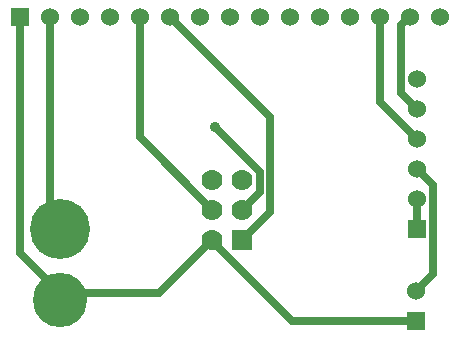
<source format=gbl>
G04 (created by PCBNEW (2013-mar-13)-testing) date Tue 12 Nov 2013 05:10:08 PM PST*
%MOIN*%
G04 Gerber Fmt 3.4, Leading zero omitted, Abs format*
%FSLAX34Y34*%
G01*
G70*
G90*
G04 APERTURE LIST*
%ADD10C,0.005906*%
%ADD11C,0.200000*%
%ADD12C,0.181100*%
%ADD13R,0.070000X0.070000*%
%ADD14C,0.070000*%
%ADD15R,0.060000X0.060000*%
%ADD16C,0.060000*%
%ADD17C,0.035000*%
%ADD18C,0.025000*%
G04 APERTURE END LIST*
G54D10*
G54D11*
X21890Y-29985D03*
G54D12*
X21890Y-32347D03*
G54D13*
X27965Y-30350D03*
G54D14*
X26965Y-30350D03*
X27965Y-29350D03*
X26965Y-29350D03*
X27965Y-28350D03*
X26965Y-28350D03*
G54D15*
X20559Y-22913D03*
G54D16*
X21559Y-22913D03*
X22559Y-22913D03*
X23559Y-22913D03*
X24559Y-22913D03*
X25559Y-22913D03*
X26559Y-22913D03*
X27559Y-22913D03*
X28559Y-22913D03*
X29559Y-22913D03*
X30559Y-22913D03*
X31559Y-22913D03*
X32559Y-22913D03*
X33559Y-22913D03*
X34559Y-22913D03*
G54D15*
X33770Y-33060D03*
G54D16*
X33770Y-32060D03*
G54D15*
X33810Y-30010D03*
G54D16*
X33810Y-29010D03*
X33810Y-28010D03*
X33810Y-27010D03*
X33810Y-26010D03*
X33810Y-25010D03*
G54D17*
X27047Y-26592D03*
G54D18*
X21890Y-32127D02*
X21890Y-32347D01*
X20559Y-30796D02*
X21890Y-32127D01*
X20559Y-22913D02*
X20559Y-30796D01*
X25187Y-32127D02*
X26965Y-30350D01*
X21890Y-32127D02*
X25187Y-32127D01*
X26965Y-30392D02*
X26965Y-30350D01*
X29632Y-33060D02*
X26965Y-30392D01*
X33770Y-33060D02*
X29632Y-33060D01*
X28899Y-26254D02*
X25559Y-22913D01*
X28899Y-29415D02*
X28899Y-26254D01*
X27965Y-30350D02*
X28899Y-29415D01*
X24559Y-26944D02*
X26965Y-29350D01*
X24559Y-22913D02*
X24559Y-26944D01*
X32559Y-25759D02*
X32559Y-22913D01*
X33810Y-27010D02*
X32559Y-25759D01*
X28544Y-28770D02*
X27965Y-29350D01*
X28544Y-28089D02*
X28544Y-28770D01*
X27047Y-26592D02*
X28544Y-28089D01*
X33262Y-23210D02*
X33559Y-22913D01*
X33262Y-25462D02*
X33262Y-23210D01*
X33810Y-26010D02*
X33262Y-25462D01*
X33810Y-29010D02*
X33810Y-30010D01*
X21559Y-29654D02*
X21890Y-29985D01*
X21559Y-22913D02*
X21559Y-29654D01*
X34335Y-31494D02*
X33770Y-32060D01*
X34335Y-28535D02*
X34335Y-31494D01*
X33810Y-28010D02*
X34335Y-28535D01*
M02*

</source>
